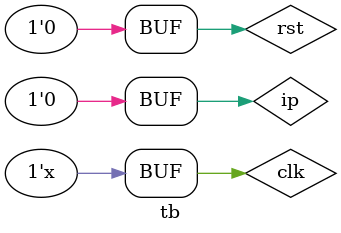
<source format=sv>
/*

 --> a(0)                 -->b(1)
 |0                       |0
 |                        |
-----        1          -----
| a |----------------->|  b |
-----                  ------
                         |
                         |1
                         |-->b(0)

*/
module fsm(
  input ip, clk,rst,
  output out_wire
);
  reg present_state, next_state;
  reg out;
  assign out_wire = out;
  //state names
  parameter a=0, b=1;
  //setting state sequence on clock
  always@(posedge clk) begin
    if(rst==1) begin
      present_state <= a;
      next_state <= a;
      out <= 0;
    end
    else begin
      present_state <= next_state;
    end
  end
  //setting next state and output sequence on  clk
  always@(present_state,ip) begin
    case(present_state) 
      a:begin
        if(ip==1) begin
          next_state <= b;
          out <= 1;
        end
        else begin
          next_state <= a;
          out <= 0;
        end
      end
      b:begin
        next_state <= b;
        if(ip==0) 
          out <= 1;
        else 
          out <= 0;
      end
      default: begin
        next_state <= a;
        out <= 0;
      end
      endcase
    end
  
  always@(*) $display("time=%0t,state = %b, ip=%d, out=%b",$time,present_state,ip,out);
endmodule

module tb;
  reg ip,out,clk,rst;
  fsm fsm1(
    .ip(ip),
    .out_wire(out),
    .clk(clk),
    .rst(rst)
  );
  always #5 clk=~clk;
  
  initial begin
    clk=0;
    rst=1;
    #9 rst = 0; ip = 1;
    #10 ip = 0;
    #10 ip = 1;
    #10 ip = 1;
    #10 ip = 0;
  end
  always@(*) 
    $display("time = %0t, clk=%b, ip=%b, out=%b",$time, clk, ip, out);
  
endmodule
      
      
      
       
        
  
</source>
